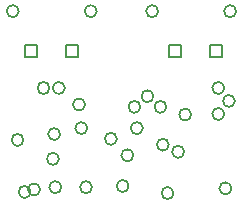
<source format=gbr>
%TF.GenerationSoftware,Altium Limited,Altium Designer,23.4.1 (23)*%
G04 Layer_Color=2752767*
%FSLAX45Y45*%
%MOMM*%
%TF.SameCoordinates,30DB59E4-3B06-4861-84B7-939192905612*%
%TF.FilePolarity,Positive*%
%TF.FileFunction,Drawing*%
%TF.Part,Single*%
G01*
G75*
%TA.AperFunction,NonConductor*%
%ADD69C,0.12700*%
%ADD70C,0.16933*%
D69*
X1399200Y1229200D02*
Y1330800D01*
X1500800D01*
Y1229200D01*
X1399200D01*
X1749200D02*
Y1330800D01*
X1850800D01*
Y1229200D01*
X1749200D01*
X179199D02*
Y1330800D01*
X280799D01*
Y1229200D01*
X179199D01*
X529199D02*
Y1330800D01*
X630799D01*
Y1229200D01*
X529199D01*
D70*
X1310800Y1620000D02*
G03*
X1310800Y1620000I-50800J0D01*
G01*
X790800D02*
G03*
X790800Y1620000I-50800J0D01*
G01*
X310800Y110000D02*
G03*
X310800Y110000I-50800J0D01*
G01*
X520800Y970000D02*
G03*
X520800Y970000I-50800J0D01*
G01*
X1180800Y630000D02*
G03*
X1180800Y630000I-50800J0D01*
G01*
X960800Y540000D02*
G03*
X960800Y540000I-50800J0D01*
G01*
X1100800Y400000D02*
G03*
X1100800Y400000I-50800J0D01*
G01*
X1060800Y140000D02*
G03*
X1060800Y140000I-50800J0D01*
G01*
X1400800Y490000D02*
G03*
X1400800Y490000I-50800J0D01*
G01*
X1530800Y430000D02*
G03*
X1530800Y430000I-50800J0D01*
G01*
X1440800Y80000D02*
G03*
X1440800Y80000I-50800J0D01*
G01*
X1930800Y120000D02*
G03*
X1930800Y120000I-50800J0D01*
G01*
X1970800Y1620000D02*
G03*
X1970800Y1620000I-50800J0D01*
G01*
X130800D02*
G03*
X130800Y1620000I-50800J0D01*
G01*
X230800Y90000D02*
G03*
X230800Y90000I-50800J0D01*
G01*
X490800Y130000D02*
G03*
X490800Y130000I-50800J0D01*
G01*
X710800Y630000D02*
G03*
X710800Y630000I-50800J0D01*
G01*
X1870800Y750000D02*
G03*
X1870800Y750000I-50800J0D01*
G01*
X1960800Y860000D02*
G03*
X1960800Y860000I-50800J0D01*
G01*
X1870800Y970000D02*
G03*
X1870800Y970000I-50800J0D01*
G01*
X1380800Y810000D02*
G03*
X1380800Y810000I-50800J0D01*
G01*
X1270800Y900000D02*
G03*
X1270800Y900000I-50800J0D01*
G01*
X1160800Y810000D02*
G03*
X1160800Y810000I-50800J0D01*
G01*
X390800Y970000D02*
G03*
X390800Y970000I-50800J0D01*
G01*
X690800Y830000D02*
G03*
X690800Y830000I-50800J0D01*
G01*
X170800Y530000D02*
G03*
X170800Y530000I-50800J0D01*
G01*
X480800Y580000D02*
G03*
X480800Y580000I-50800J0D01*
G01*
X470800Y370000D02*
G03*
X470800Y370000I-50800J0D01*
G01*
X750800Y130000D02*
G03*
X750800Y130000I-50800J0D01*
G01*
X1590292Y745051D02*
G03*
X1590292Y745051I-50800J0D01*
G01*
%TF.MD5,e935e2f539238789703bf8ad512add04*%
M02*

</source>
